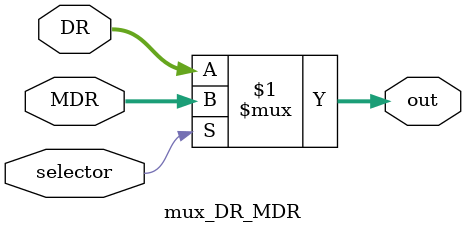
<source format=v>
module mux_DR_MDR (
	input [15:0] DR, MDR,
	input selector,
	output [15:0] out
);

assign out = selector ? MDR : DR;

endmodule
</source>
